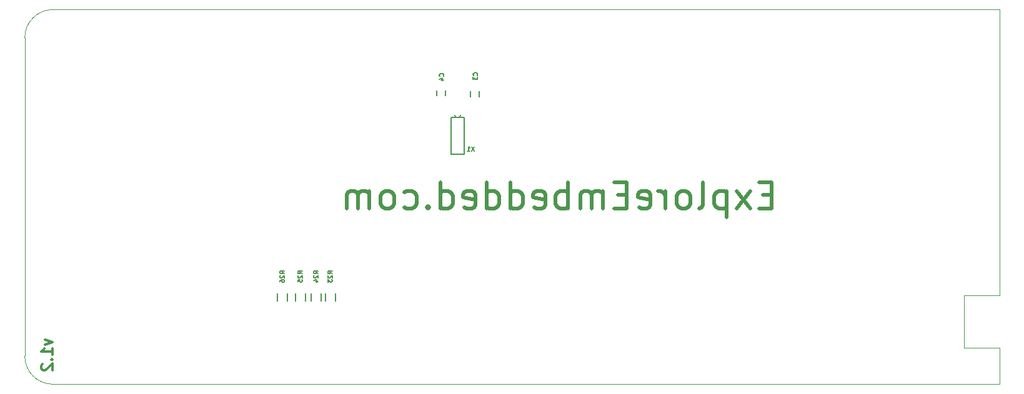
<source format=gbo>
G04 #@! TF.FileFunction,Legend,Bot*
%FSLAX46Y46*%
G04 Gerber Fmt 4.6, Leading zero omitted, Abs format (unit mm)*
G04 Created by KiCad (PCBNEW 4.0.1-stable) date 9/28/2017 1:44:01 PM*
%MOMM*%
G01*
G04 APERTURE LIST*
%ADD10C,0.150000*%
%ADD11C,0.300000*%
%ADD12C,0.100000*%
%ADD13C,0.508000*%
G04 APERTURE END LIST*
D10*
D11*
X91626571Y-126000144D02*
X92626571Y-126357287D01*
X91626571Y-126714429D01*
X92626571Y-128071572D02*
X92626571Y-127214429D01*
X92626571Y-127643001D02*
X91126571Y-127643001D01*
X91340857Y-127500144D01*
X91483714Y-127357286D01*
X91555143Y-127214429D01*
X92483714Y-128714429D02*
X92555143Y-128785857D01*
X92626571Y-128714429D01*
X92555143Y-128643000D01*
X92483714Y-128714429D01*
X92626571Y-128714429D01*
X91269429Y-129357286D02*
X91198000Y-129428715D01*
X91126571Y-129571572D01*
X91126571Y-129928715D01*
X91198000Y-130071572D01*
X91269429Y-130143001D01*
X91412286Y-130214429D01*
X91555143Y-130214429D01*
X91769429Y-130143001D01*
X92626571Y-129285858D01*
X92626571Y-130214429D01*
D12*
X220980000Y-120015000D02*
X220980000Y-81280000D01*
X220980000Y-132080000D02*
X220980000Y-127127000D01*
X216154000Y-127127000D02*
X220980000Y-127127000D01*
X216154000Y-120015000D02*
X216154000Y-127127000D01*
X220980000Y-120015000D02*
X216154000Y-120015000D01*
D13*
X190076664Y-106426000D02*
X188891331Y-106426000D01*
X188383331Y-108288667D02*
X190076664Y-108288667D01*
X190076664Y-104732667D01*
X188383331Y-104732667D01*
X187197998Y-108288667D02*
X185335331Y-105918000D01*
X187197998Y-105918000D02*
X185335331Y-108288667D01*
X183980664Y-105918000D02*
X183980664Y-109474000D01*
X183980664Y-106087333D02*
X183641998Y-105918000D01*
X182964664Y-105918000D01*
X182625998Y-106087333D01*
X182456664Y-106256667D01*
X182287331Y-106595333D01*
X182287331Y-107611333D01*
X182456664Y-107950000D01*
X182625998Y-108119333D01*
X182964664Y-108288667D01*
X183641998Y-108288667D01*
X183980664Y-108119333D01*
X180255331Y-108288667D02*
X180593998Y-108119333D01*
X180763331Y-107780667D01*
X180763331Y-104732667D01*
X178392664Y-108288667D02*
X178731331Y-108119333D01*
X178900664Y-107950000D01*
X179069998Y-107611333D01*
X179069998Y-106595333D01*
X178900664Y-106256667D01*
X178731331Y-106087333D01*
X178392664Y-105918000D01*
X177884664Y-105918000D01*
X177545998Y-106087333D01*
X177376664Y-106256667D01*
X177207331Y-106595333D01*
X177207331Y-107611333D01*
X177376664Y-107950000D01*
X177545998Y-108119333D01*
X177884664Y-108288667D01*
X178392664Y-108288667D01*
X175683331Y-108288667D02*
X175683331Y-105918000D01*
X175683331Y-106595333D02*
X175513998Y-106256667D01*
X175344665Y-106087333D01*
X175005998Y-105918000D01*
X174667331Y-105918000D01*
X172127332Y-108119333D02*
X172465998Y-108288667D01*
X173143332Y-108288667D01*
X173481998Y-108119333D01*
X173651332Y-107780667D01*
X173651332Y-106426000D01*
X173481998Y-106087333D01*
X173143332Y-105918000D01*
X172465998Y-105918000D01*
X172127332Y-106087333D01*
X171957998Y-106426000D01*
X171957998Y-106764667D01*
X173651332Y-107103333D01*
X170433998Y-106426000D02*
X169248665Y-106426000D01*
X168740665Y-108288667D02*
X170433998Y-108288667D01*
X170433998Y-104732667D01*
X168740665Y-104732667D01*
X167216665Y-108288667D02*
X167216665Y-105918000D01*
X167216665Y-106256667D02*
X167047332Y-106087333D01*
X166708665Y-105918000D01*
X166200665Y-105918000D01*
X165861999Y-106087333D01*
X165692665Y-106426000D01*
X165692665Y-108288667D01*
X165692665Y-106426000D02*
X165523332Y-106087333D01*
X165184665Y-105918000D01*
X164676665Y-105918000D01*
X164337999Y-106087333D01*
X164168665Y-106426000D01*
X164168665Y-108288667D01*
X162475332Y-108288667D02*
X162475332Y-104732667D01*
X162475332Y-106087333D02*
X162136666Y-105918000D01*
X161459332Y-105918000D01*
X161120666Y-106087333D01*
X160951332Y-106256667D01*
X160781999Y-106595333D01*
X160781999Y-107611333D01*
X160951332Y-107950000D01*
X161120666Y-108119333D01*
X161459332Y-108288667D01*
X162136666Y-108288667D01*
X162475332Y-108119333D01*
X157903333Y-108119333D02*
X158241999Y-108288667D01*
X158919333Y-108288667D01*
X159257999Y-108119333D01*
X159427333Y-107780667D01*
X159427333Y-106426000D01*
X159257999Y-106087333D01*
X158919333Y-105918000D01*
X158241999Y-105918000D01*
X157903333Y-106087333D01*
X157733999Y-106426000D01*
X157733999Y-106764667D01*
X159427333Y-107103333D01*
X154685999Y-108288667D02*
X154685999Y-104732667D01*
X154685999Y-108119333D02*
X155024666Y-108288667D01*
X155701999Y-108288667D01*
X156040666Y-108119333D01*
X156209999Y-107950000D01*
X156379333Y-107611333D01*
X156379333Y-106595333D01*
X156209999Y-106256667D01*
X156040666Y-106087333D01*
X155701999Y-105918000D01*
X155024666Y-105918000D01*
X154685999Y-106087333D01*
X151468666Y-108288667D02*
X151468666Y-104732667D01*
X151468666Y-108119333D02*
X151807333Y-108288667D01*
X152484666Y-108288667D01*
X152823333Y-108119333D01*
X152992666Y-107950000D01*
X153162000Y-107611333D01*
X153162000Y-106595333D01*
X152992666Y-106256667D01*
X152823333Y-106087333D01*
X152484666Y-105918000D01*
X151807333Y-105918000D01*
X151468666Y-106087333D01*
X148420667Y-108119333D02*
X148759333Y-108288667D01*
X149436667Y-108288667D01*
X149775333Y-108119333D01*
X149944667Y-107780667D01*
X149944667Y-106426000D01*
X149775333Y-106087333D01*
X149436667Y-105918000D01*
X148759333Y-105918000D01*
X148420667Y-106087333D01*
X148251333Y-106426000D01*
X148251333Y-106764667D01*
X149944667Y-107103333D01*
X145203333Y-108288667D02*
X145203333Y-104732667D01*
X145203333Y-108119333D02*
X145542000Y-108288667D01*
X146219333Y-108288667D01*
X146558000Y-108119333D01*
X146727333Y-107950000D01*
X146896667Y-107611333D01*
X146896667Y-106595333D01*
X146727333Y-106256667D01*
X146558000Y-106087333D01*
X146219333Y-105918000D01*
X145542000Y-105918000D01*
X145203333Y-106087333D01*
X143510000Y-107950000D02*
X143340667Y-108119333D01*
X143510000Y-108288667D01*
X143679334Y-108119333D01*
X143510000Y-107950000D01*
X143510000Y-108288667D01*
X140292667Y-108119333D02*
X140631334Y-108288667D01*
X141308667Y-108288667D01*
X141647334Y-108119333D01*
X141816667Y-107950000D01*
X141986001Y-107611333D01*
X141986001Y-106595333D01*
X141816667Y-106256667D01*
X141647334Y-106087333D01*
X141308667Y-105918000D01*
X140631334Y-105918000D01*
X140292667Y-106087333D01*
X138260667Y-108288667D02*
X138599334Y-108119333D01*
X138768667Y-107950000D01*
X138938001Y-107611333D01*
X138938001Y-106595333D01*
X138768667Y-106256667D01*
X138599334Y-106087333D01*
X138260667Y-105918000D01*
X137752667Y-105918000D01*
X137414001Y-106087333D01*
X137244667Y-106256667D01*
X137075334Y-106595333D01*
X137075334Y-107611333D01*
X137244667Y-107950000D01*
X137414001Y-108119333D01*
X137752667Y-108288667D01*
X138260667Y-108288667D01*
X135551334Y-108288667D02*
X135551334Y-105918000D01*
X135551334Y-106256667D02*
X135382001Y-106087333D01*
X135043334Y-105918000D01*
X134535334Y-105918000D01*
X134196668Y-106087333D01*
X134027334Y-106426000D01*
X134027334Y-108288667D01*
X134027334Y-106426000D02*
X133858001Y-106087333D01*
X133519334Y-105918000D01*
X133011334Y-105918000D01*
X132672668Y-106087333D01*
X132503334Y-106426000D01*
X132503334Y-108288667D01*
D12*
X92710000Y-81280000D02*
X218440000Y-81280000D01*
X92710000Y-132080000D02*
X220980000Y-132080000D01*
X88900000Y-85090000D02*
X88900000Y-128270000D01*
X88900000Y-128270000D02*
G75*
G03X92710000Y-132080000I3810000J0D01*
G01*
X92710000Y-81280000D02*
G75*
G03X88900000Y-85090000I0J-3810000D01*
G01*
X218440000Y-81280000D02*
X220980000Y-81280000D01*
D10*
X147274280Y-95864680D02*
X147175220Y-95564960D01*
X147873720Y-95864680D02*
X147972780Y-95564960D01*
X148473160Y-95864680D02*
X148473160Y-100914200D01*
X148473160Y-100914200D02*
X146674840Y-100914200D01*
X146674840Y-100914200D02*
X146674840Y-95864680D01*
X148473160Y-95864680D02*
X146674840Y-95864680D01*
X150460000Y-93060000D02*
X150460000Y-92360000D01*
X149260000Y-92360000D02*
X149260000Y-93060000D01*
X145888000Y-92933000D02*
X145888000Y-92233000D01*
X144688000Y-92233000D02*
X144688000Y-92933000D01*
X129627000Y-119769000D02*
X129627000Y-120769000D01*
X130977000Y-120769000D02*
X130977000Y-119769000D01*
X127722000Y-119769000D02*
X127722000Y-120769000D01*
X129072000Y-120769000D02*
X129072000Y-119769000D01*
X125563000Y-119769000D02*
X125563000Y-120769000D01*
X126913000Y-120769000D02*
X126913000Y-119769000D01*
X123150000Y-119769000D02*
X123150000Y-120769000D01*
X124500000Y-120769000D02*
X124500000Y-119769000D01*
X149837715Y-99874429D02*
X149437715Y-100474429D01*
X149437715Y-99874429D02*
X149837715Y-100474429D01*
X148894857Y-100474429D02*
X149237714Y-100474429D01*
X149066286Y-100474429D02*
X149066286Y-99874429D01*
X149123429Y-99960143D01*
X149180571Y-100017286D01*
X149237714Y-100045857D01*
X150201286Y-90197000D02*
X150229857Y-90168429D01*
X150258429Y-90082715D01*
X150258429Y-90025572D01*
X150229857Y-89939857D01*
X150172714Y-89882715D01*
X150115571Y-89854143D01*
X150001286Y-89825572D01*
X149915571Y-89825572D01*
X149801286Y-89854143D01*
X149744143Y-89882715D01*
X149687000Y-89939857D01*
X149658429Y-90025572D01*
X149658429Y-90082715D01*
X149687000Y-90168429D01*
X149715571Y-90197000D01*
X149658429Y-90397000D02*
X149658429Y-90768429D01*
X149887000Y-90568429D01*
X149887000Y-90654143D01*
X149915571Y-90711286D01*
X149944143Y-90739857D01*
X150001286Y-90768429D01*
X150144143Y-90768429D01*
X150201286Y-90739857D01*
X150229857Y-90711286D01*
X150258429Y-90654143D01*
X150258429Y-90482715D01*
X150229857Y-90425572D01*
X150201286Y-90397000D01*
X145629286Y-90324000D02*
X145657857Y-90295429D01*
X145686429Y-90209715D01*
X145686429Y-90152572D01*
X145657857Y-90066857D01*
X145600714Y-90009715D01*
X145543571Y-89981143D01*
X145429286Y-89952572D01*
X145343571Y-89952572D01*
X145229286Y-89981143D01*
X145172143Y-90009715D01*
X145115000Y-90066857D01*
X145086429Y-90152572D01*
X145086429Y-90209715D01*
X145115000Y-90295429D01*
X145143571Y-90324000D01*
X145286429Y-90838286D02*
X145686429Y-90838286D01*
X145057857Y-90695429D02*
X145486429Y-90552572D01*
X145486429Y-90924000D01*
X130573429Y-117089285D02*
X130287714Y-116889285D01*
X130573429Y-116746428D02*
X129973429Y-116746428D01*
X129973429Y-116975000D01*
X130002000Y-117032142D01*
X130030571Y-117060714D01*
X130087714Y-117089285D01*
X130173429Y-117089285D01*
X130230571Y-117060714D01*
X130259143Y-117032142D01*
X130287714Y-116975000D01*
X130287714Y-116746428D01*
X130030571Y-117317857D02*
X130002000Y-117346428D01*
X129973429Y-117403571D01*
X129973429Y-117546428D01*
X130002000Y-117603571D01*
X130030571Y-117632142D01*
X130087714Y-117660714D01*
X130144857Y-117660714D01*
X130230571Y-117632142D01*
X130573429Y-117289285D01*
X130573429Y-117660714D01*
X129973429Y-117860714D02*
X129973429Y-118232143D01*
X130202000Y-118032143D01*
X130202000Y-118117857D01*
X130230571Y-118175000D01*
X130259143Y-118203571D01*
X130316286Y-118232143D01*
X130459143Y-118232143D01*
X130516286Y-118203571D01*
X130544857Y-118175000D01*
X130573429Y-118117857D01*
X130573429Y-117946429D01*
X130544857Y-117889286D01*
X130516286Y-117860714D01*
X128668429Y-117089285D02*
X128382714Y-116889285D01*
X128668429Y-116746428D02*
X128068429Y-116746428D01*
X128068429Y-116975000D01*
X128097000Y-117032142D01*
X128125571Y-117060714D01*
X128182714Y-117089285D01*
X128268429Y-117089285D01*
X128325571Y-117060714D01*
X128354143Y-117032142D01*
X128382714Y-116975000D01*
X128382714Y-116746428D01*
X128125571Y-117317857D02*
X128097000Y-117346428D01*
X128068429Y-117403571D01*
X128068429Y-117546428D01*
X128097000Y-117603571D01*
X128125571Y-117632142D01*
X128182714Y-117660714D01*
X128239857Y-117660714D01*
X128325571Y-117632142D01*
X128668429Y-117289285D01*
X128668429Y-117660714D01*
X128268429Y-118175000D02*
X128668429Y-118175000D01*
X128039857Y-118032143D02*
X128468429Y-117889286D01*
X128468429Y-118260714D01*
X126509429Y-117089285D02*
X126223714Y-116889285D01*
X126509429Y-116746428D02*
X125909429Y-116746428D01*
X125909429Y-116975000D01*
X125938000Y-117032142D01*
X125966571Y-117060714D01*
X126023714Y-117089285D01*
X126109429Y-117089285D01*
X126166571Y-117060714D01*
X126195143Y-117032142D01*
X126223714Y-116975000D01*
X126223714Y-116746428D01*
X125966571Y-117317857D02*
X125938000Y-117346428D01*
X125909429Y-117403571D01*
X125909429Y-117546428D01*
X125938000Y-117603571D01*
X125966571Y-117632142D01*
X126023714Y-117660714D01*
X126080857Y-117660714D01*
X126166571Y-117632142D01*
X126509429Y-117289285D01*
X126509429Y-117660714D01*
X125909429Y-118203571D02*
X125909429Y-117917857D01*
X126195143Y-117889286D01*
X126166571Y-117917857D01*
X126138000Y-117975000D01*
X126138000Y-118117857D01*
X126166571Y-118175000D01*
X126195143Y-118203571D01*
X126252286Y-118232143D01*
X126395143Y-118232143D01*
X126452286Y-118203571D01*
X126480857Y-118175000D01*
X126509429Y-118117857D01*
X126509429Y-117975000D01*
X126480857Y-117917857D01*
X126452286Y-117889286D01*
X124096429Y-117089285D02*
X123810714Y-116889285D01*
X124096429Y-116746428D02*
X123496429Y-116746428D01*
X123496429Y-116975000D01*
X123525000Y-117032142D01*
X123553571Y-117060714D01*
X123610714Y-117089285D01*
X123696429Y-117089285D01*
X123753571Y-117060714D01*
X123782143Y-117032142D01*
X123810714Y-116975000D01*
X123810714Y-116746428D01*
X123553571Y-117317857D02*
X123525000Y-117346428D01*
X123496429Y-117403571D01*
X123496429Y-117546428D01*
X123525000Y-117603571D01*
X123553571Y-117632142D01*
X123610714Y-117660714D01*
X123667857Y-117660714D01*
X123753571Y-117632142D01*
X124096429Y-117289285D01*
X124096429Y-117660714D01*
X123496429Y-118175000D02*
X123496429Y-118060714D01*
X123525000Y-118003571D01*
X123553571Y-117975000D01*
X123639286Y-117917857D01*
X123753571Y-117889286D01*
X123982143Y-117889286D01*
X124039286Y-117917857D01*
X124067857Y-117946429D01*
X124096429Y-118003571D01*
X124096429Y-118117857D01*
X124067857Y-118175000D01*
X124039286Y-118203571D01*
X123982143Y-118232143D01*
X123839286Y-118232143D01*
X123782143Y-118203571D01*
X123753571Y-118175000D01*
X123725000Y-118117857D01*
X123725000Y-118003571D01*
X123753571Y-117946429D01*
X123782143Y-117917857D01*
X123839286Y-117889286D01*
M02*

</source>
